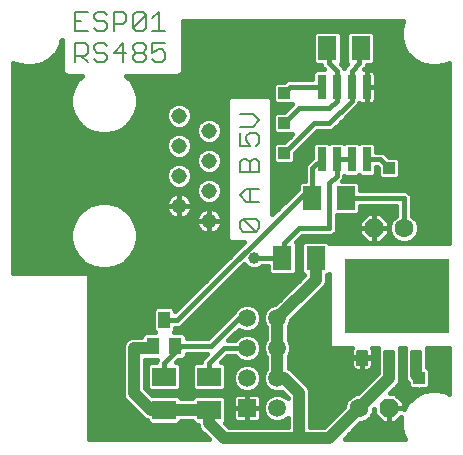
<source format=gtl>
G75*
%MOIN*%
%OFA0B0*%
%FSLAX25Y25*%
%IPPOS*%
%LPD*%
%AMOC8*
5,1,8,0,0,1.08239X$1,22.5*
%
%ADD10C,0.00600*%
%ADD11R,0.35000X0.25000*%
%ADD12OC8,0.06300*%
%ADD13C,0.06300*%
%ADD14R,0.02600X0.08000*%
%ADD15R,0.03937X0.05512*%
%ADD16R,0.06299X0.07874*%
%ADD17R,0.07874X0.06299*%
%ADD18C,0.05150*%
%ADD19C,0.05906*%
%ADD20R,0.05906X0.05906*%
%ADD21C,0.00549*%
%ADD22C,0.00774*%
%ADD23C,0.01600*%
%ADD24R,0.03962X0.03962*%
%ADD25C,0.04000*%
%ADD26C,0.03962*%
D10*
X0091505Y0078442D02*
X0091505Y0080577D01*
X0092572Y0081645D01*
X0096842Y0077374D01*
X0097910Y0078442D01*
X0097910Y0080577D01*
X0096842Y0081645D01*
X0092572Y0081645D01*
X0091505Y0078442D02*
X0092572Y0077374D01*
X0096842Y0077374D01*
X0097910Y0087374D02*
X0093640Y0087374D01*
X0091505Y0089509D01*
X0093640Y0091645D01*
X0097910Y0091645D01*
X0094707Y0091645D02*
X0094707Y0087374D01*
X0094707Y0097374D02*
X0094707Y0100577D01*
X0095775Y0101645D01*
X0096842Y0101645D01*
X0097910Y0100577D01*
X0097910Y0097374D01*
X0091505Y0097374D01*
X0091505Y0100577D01*
X0092572Y0101645D01*
X0093640Y0101645D01*
X0094707Y0100577D01*
X0094707Y0105929D02*
X0091505Y0105929D01*
X0091505Y0110199D01*
X0091505Y0112374D02*
X0095775Y0112374D01*
X0097910Y0114509D01*
X0095775Y0116644D01*
X0091505Y0116644D01*
X0094707Y0110199D02*
X0096842Y0110199D01*
X0097910Y0109131D01*
X0097910Y0106996D01*
X0096842Y0105929D01*
X0094707Y0105929D02*
X0093640Y0108064D01*
X0093640Y0109131D01*
X0094707Y0110199D01*
X0066562Y0134887D02*
X0065495Y0133820D01*
X0063360Y0133820D01*
X0062292Y0134887D01*
X0062292Y0137022D02*
X0064427Y0138090D01*
X0065495Y0138090D01*
X0066562Y0137022D01*
X0066562Y0134887D01*
X0062292Y0137022D02*
X0062292Y0140225D01*
X0066562Y0140225D01*
X0066562Y0144320D02*
X0062292Y0144320D01*
X0064427Y0144320D02*
X0064427Y0150725D01*
X0062292Y0148590D01*
X0060117Y0149658D02*
X0060117Y0145387D01*
X0059049Y0144320D01*
X0056914Y0144320D01*
X0055846Y0145387D01*
X0060117Y0149658D01*
X0059049Y0150725D01*
X0056914Y0150725D01*
X0055846Y0149658D01*
X0055846Y0145387D01*
X0053671Y0147522D02*
X0052604Y0146455D01*
X0049401Y0146455D01*
X0047226Y0146455D02*
X0047226Y0145387D01*
X0046158Y0144320D01*
X0044023Y0144320D01*
X0042955Y0145387D01*
X0044023Y0147522D02*
X0046158Y0147522D01*
X0047226Y0146455D01*
X0049401Y0144320D02*
X0049401Y0150725D01*
X0052604Y0150725D01*
X0053671Y0149658D01*
X0053671Y0147522D01*
X0047226Y0149658D02*
X0046158Y0150725D01*
X0044023Y0150725D01*
X0042955Y0149658D01*
X0042955Y0148590D01*
X0044023Y0147522D01*
X0040780Y0144320D02*
X0036510Y0144320D01*
X0036510Y0150725D01*
X0040780Y0150725D01*
X0038645Y0147522D02*
X0036510Y0147522D01*
X0036510Y0140225D02*
X0039713Y0140225D01*
X0040780Y0139158D01*
X0040780Y0137022D01*
X0039713Y0135955D01*
X0036510Y0135955D01*
X0038645Y0135955D02*
X0040780Y0133820D01*
X0042955Y0134887D02*
X0044023Y0133820D01*
X0046158Y0133820D01*
X0047226Y0134887D01*
X0047226Y0135955D01*
X0046158Y0137022D01*
X0044023Y0137022D01*
X0042955Y0138090D01*
X0042955Y0139158D01*
X0044023Y0140225D01*
X0046158Y0140225D01*
X0047226Y0139158D01*
X0049401Y0137022D02*
X0053671Y0137022D01*
X0055846Y0135955D02*
X0055846Y0134887D01*
X0056914Y0133820D01*
X0059049Y0133820D01*
X0060117Y0134887D01*
X0060117Y0135955D01*
X0059049Y0137022D01*
X0056914Y0137022D01*
X0055846Y0138090D01*
X0055846Y0139158D01*
X0056914Y0140225D01*
X0059049Y0140225D01*
X0060117Y0139158D01*
X0060117Y0138090D01*
X0059049Y0137022D01*
X0056914Y0137022D02*
X0055846Y0135955D01*
X0052604Y0133820D02*
X0052604Y0140225D01*
X0049401Y0137022D01*
X0036510Y0133820D02*
X0036510Y0140225D01*
D11*
X0143710Y0056020D03*
D12*
X0136210Y0078520D03*
X0141210Y0018520D03*
D13*
X0131210Y0018520D03*
X0146210Y0078520D03*
D14*
X0133710Y0101420D03*
X0128710Y0101420D03*
X0123710Y0101420D03*
X0118710Y0101420D03*
X0118710Y0125620D03*
X0123710Y0125620D03*
X0128710Y0125620D03*
X0133710Y0125620D03*
D15*
X0066210Y0047850D03*
X0069950Y0039189D03*
X0062470Y0039189D03*
D16*
X0105698Y0068520D03*
X0116722Y0068520D03*
X0115698Y0088520D03*
X0126722Y0088520D03*
X0131722Y0138520D03*
X0120698Y0138520D03*
D17*
X0081210Y0029031D03*
X0081210Y0018008D03*
X0066210Y0018008D03*
X0066210Y0029031D03*
D18*
X0081210Y0081020D03*
X0081210Y0091020D03*
X0081210Y0101020D03*
X0071210Y0106020D03*
X0071210Y0116020D03*
X0081210Y0111020D03*
X0071210Y0096020D03*
X0071210Y0086020D03*
D19*
X0093927Y0048520D03*
X0103927Y0048520D03*
X0103927Y0038520D03*
X0103927Y0028520D03*
X0093927Y0028520D03*
X0093927Y0038520D03*
X0103927Y0018520D03*
D20*
X0093927Y0018520D03*
D21*
X0130638Y0033046D02*
X0133750Y0033046D01*
X0130638Y0033046D02*
X0130638Y0037654D01*
X0133750Y0037654D01*
X0133750Y0033046D01*
X0133750Y0033594D02*
X0130638Y0033594D01*
X0130638Y0034142D02*
X0133750Y0034142D01*
X0133750Y0034690D02*
X0130638Y0034690D01*
X0130638Y0035238D02*
X0133750Y0035238D01*
X0133750Y0035786D02*
X0130638Y0035786D01*
X0130638Y0036334D02*
X0133750Y0036334D01*
X0133750Y0036882D02*
X0130638Y0036882D01*
X0130638Y0037430D02*
X0133750Y0037430D01*
X0139654Y0033046D02*
X0142766Y0033046D01*
X0139654Y0033046D02*
X0139654Y0037654D01*
X0142766Y0037654D01*
X0142766Y0033046D01*
X0142766Y0033594D02*
X0139654Y0033594D01*
X0139654Y0034142D02*
X0142766Y0034142D01*
X0142766Y0034690D02*
X0139654Y0034690D01*
X0139654Y0035238D02*
X0142766Y0035238D01*
X0142766Y0035786D02*
X0139654Y0035786D01*
X0139654Y0036334D02*
X0142766Y0036334D01*
X0142766Y0036882D02*
X0139654Y0036882D01*
X0139654Y0037430D02*
X0142766Y0037430D01*
X0148670Y0033046D02*
X0151782Y0033046D01*
X0148670Y0033046D02*
X0148670Y0037654D01*
X0151782Y0037654D01*
X0151782Y0033046D01*
X0151782Y0033594D02*
X0148670Y0033594D01*
X0148670Y0034142D02*
X0151782Y0034142D01*
X0151782Y0034690D02*
X0148670Y0034690D01*
X0148670Y0035238D02*
X0151782Y0035238D01*
X0151782Y0035786D02*
X0148670Y0035786D01*
X0148670Y0036334D02*
X0151782Y0036334D01*
X0151782Y0036882D02*
X0148670Y0036882D01*
X0148670Y0037430D02*
X0151782Y0037430D01*
D22*
X0147201Y0059498D02*
X0135219Y0059498D01*
X0135219Y0063880D01*
X0147201Y0063880D01*
X0147201Y0059498D01*
X0147201Y0060271D02*
X0135219Y0060271D01*
X0135219Y0061044D02*
X0147201Y0061044D01*
X0147201Y0061817D02*
X0135219Y0061817D01*
X0135219Y0062590D02*
X0147201Y0062590D01*
X0147201Y0063363D02*
X0135219Y0063363D01*
D23*
X0041210Y0063520D02*
X0041210Y0008320D01*
X0081036Y0008320D01*
X0077988Y0011367D01*
X0077410Y0012764D01*
X0077410Y0013058D01*
X0076527Y0013058D01*
X0075473Y0014113D01*
X0075473Y0014208D01*
X0071947Y0014208D01*
X0071947Y0014113D01*
X0070893Y0013058D01*
X0061527Y0013058D01*
X0060473Y0014113D01*
X0060473Y0014412D01*
X0059569Y0014786D01*
X0054057Y0020298D01*
X0052988Y0021367D01*
X0052410Y0022764D01*
X0052410Y0039276D01*
X0052988Y0040672D01*
X0054057Y0041741D01*
X0055454Y0042320D01*
X0058701Y0042320D01*
X0058701Y0042690D01*
X0059756Y0043745D01*
X0063045Y0043745D01*
X0062441Y0044349D01*
X0062441Y0051352D01*
X0063496Y0052406D01*
X0068924Y0052406D01*
X0069978Y0051352D01*
X0069978Y0050965D01*
X0092812Y0073799D01*
X0088759Y0073799D01*
X0088525Y0073830D01*
X0088297Y0073891D01*
X0088079Y0073981D01*
X0087874Y0074099D01*
X0087687Y0074243D01*
X0087520Y0074410D01*
X0087377Y0074597D01*
X0087259Y0074801D01*
X0087169Y0075019D01*
X0087107Y0075247D01*
X0087077Y0075481D01*
X0087077Y0120971D01*
X0087107Y0121205D01*
X0087169Y0121433D01*
X0087259Y0121651D01*
X0087377Y0121855D01*
X0087520Y0122042D01*
X0087687Y0122209D01*
X0087874Y0122353D01*
X0088079Y0122471D01*
X0088297Y0122561D01*
X0088525Y0122622D01*
X0088759Y0122653D01*
X0100661Y0122653D01*
X0100895Y0122622D01*
X0101123Y0122561D01*
X0101341Y0122471D01*
X0101545Y0122353D01*
X0101733Y0122209D01*
X0101899Y0122042D01*
X0102043Y0121855D01*
X0102161Y0121651D01*
X0102251Y0121433D01*
X0102312Y0121205D01*
X0102343Y0120971D01*
X0102343Y0083330D01*
X0110749Y0091735D01*
X0110749Y0093202D01*
X0111803Y0094257D01*
X0113098Y0094257D01*
X0113098Y0098925D01*
X0113494Y0099881D01*
X0115610Y0101997D01*
X0115610Y0106165D01*
X0116664Y0107220D01*
X0120756Y0107220D01*
X0121210Y0106765D01*
X0121664Y0107220D01*
X0125756Y0107220D01*
X0126210Y0106765D01*
X0126664Y0107220D01*
X0130756Y0107220D01*
X0131210Y0106765D01*
X0131664Y0107220D01*
X0135756Y0107220D01*
X0136810Y0106165D01*
X0136810Y0104020D01*
X0138827Y0104020D01*
X0139783Y0103624D01*
X0141106Y0102301D01*
X0143937Y0102301D01*
X0144991Y0101246D01*
X0144991Y0095793D01*
X0143937Y0094739D01*
X0138483Y0094739D01*
X0137429Y0095793D01*
X0137429Y0098624D01*
X0137233Y0098820D01*
X0136810Y0098820D01*
X0136810Y0096674D01*
X0135756Y0095620D01*
X0131664Y0095620D01*
X0131210Y0096074D01*
X0130756Y0095620D01*
X0126664Y0095620D01*
X0126310Y0095974D01*
X0126310Y0095502D01*
X0125914Y0094547D01*
X0125624Y0094257D01*
X0130617Y0094257D01*
X0131671Y0093202D01*
X0131671Y0091120D01*
X0146727Y0091120D01*
X0147683Y0090724D01*
X0148414Y0089992D01*
X0148810Y0089037D01*
X0148810Y0082801D01*
X0149014Y0082716D01*
X0150406Y0081324D01*
X0151160Y0079504D01*
X0151160Y0077535D01*
X0150406Y0075716D01*
X0149014Y0074323D01*
X0147195Y0073570D01*
X0145225Y0073570D01*
X0143406Y0074323D01*
X0142014Y0075716D01*
X0141260Y0077535D01*
X0141260Y0079504D01*
X0142014Y0081324D01*
X0143406Y0082716D01*
X0143610Y0082801D01*
X0143610Y0085920D01*
X0131671Y0085920D01*
X0131671Y0083837D01*
X0130617Y0082783D01*
X0123810Y0082783D01*
X0123810Y0078002D01*
X0123414Y0077047D01*
X0122683Y0076316D01*
X0121727Y0075920D01*
X0112287Y0075920D01*
X0110109Y0073741D01*
X0110648Y0073202D01*
X0110648Y0063837D01*
X0109593Y0062783D01*
X0101803Y0062783D01*
X0100749Y0063837D01*
X0100749Y0065920D01*
X0098957Y0065920D01*
X0098352Y0065314D01*
X0096962Y0064739D01*
X0095458Y0064739D01*
X0094068Y0065314D01*
X0093005Y0066378D01*
X0092929Y0066561D01*
X0072013Y0045646D01*
X0071058Y0045250D01*
X0069978Y0045250D01*
X0069978Y0044349D01*
X0069374Y0043745D01*
X0072664Y0043745D01*
X0073719Y0042690D01*
X0073719Y0041789D01*
X0080802Y0041789D01*
X0089006Y0049992D01*
X0089665Y0050652D01*
X0089897Y0051212D01*
X0091234Y0052549D01*
X0092981Y0053272D01*
X0094872Y0053272D01*
X0096619Y0052549D01*
X0097956Y0051212D01*
X0098679Y0049465D01*
X0098679Y0047574D01*
X0097956Y0045827D01*
X0096619Y0044490D01*
X0094872Y0043767D01*
X0092981Y0043767D01*
X0091234Y0044490D01*
X0091046Y0044679D01*
X0087487Y0041120D01*
X0089859Y0041120D01*
X0089897Y0041212D01*
X0091234Y0042549D01*
X0092981Y0043272D01*
X0094872Y0043272D01*
X0096619Y0042549D01*
X0097956Y0041212D01*
X0098679Y0039465D01*
X0098679Y0037574D01*
X0097956Y0035827D01*
X0096619Y0034490D01*
X0094872Y0033767D01*
X0092981Y0033767D01*
X0091234Y0034490D01*
X0089897Y0035827D01*
X0089859Y0035920D01*
X0087287Y0035920D01*
X0085348Y0033981D01*
X0085893Y0033981D01*
X0086947Y0032927D01*
X0086947Y0025136D01*
X0085893Y0024082D01*
X0076527Y0024082D01*
X0075473Y0025136D01*
X0075473Y0032927D01*
X0076527Y0033981D01*
X0078610Y0033981D01*
X0078610Y0034037D01*
X0079006Y0034992D01*
X0080602Y0036589D01*
X0073719Y0036589D01*
X0073719Y0035687D01*
X0072664Y0034633D01*
X0071000Y0034633D01*
X0070348Y0033981D01*
X0070893Y0033981D01*
X0071947Y0032927D01*
X0071947Y0025136D01*
X0070893Y0024082D01*
X0061527Y0024082D01*
X0060473Y0025136D01*
X0060473Y0032927D01*
X0061527Y0033981D01*
X0063610Y0033981D01*
X0063610Y0034037D01*
X0063857Y0034633D01*
X0060010Y0034633D01*
X0060010Y0025094D01*
X0062146Y0022957D01*
X0070893Y0022957D01*
X0071947Y0021903D01*
X0071947Y0021808D01*
X0075473Y0021808D01*
X0075473Y0021903D01*
X0076527Y0022957D01*
X0085893Y0022957D01*
X0086947Y0021903D01*
X0086947Y0014113D01*
X0086469Y0013635D01*
X0087784Y0012320D01*
X0107410Y0012320D01*
X0107410Y0015282D01*
X0106619Y0014490D01*
X0104872Y0013767D01*
X0102981Y0013767D01*
X0101234Y0014490D01*
X0099897Y0015827D01*
X0099174Y0017574D01*
X0099174Y0019465D01*
X0099897Y0021212D01*
X0101234Y0022549D01*
X0102981Y0023272D01*
X0104872Y0023272D01*
X0106619Y0022549D01*
X0107410Y0021758D01*
X0107410Y0021946D01*
X0105379Y0023977D01*
X0104872Y0023767D01*
X0102981Y0023767D01*
X0101234Y0024490D01*
X0099897Y0025827D01*
X0099174Y0027574D01*
X0099174Y0029465D01*
X0099897Y0031212D01*
X0100127Y0031441D01*
X0100127Y0035598D01*
X0099897Y0035827D01*
X0099174Y0037574D01*
X0099174Y0039465D01*
X0099897Y0041212D01*
X0100127Y0041441D01*
X0100127Y0045598D01*
X0099897Y0045827D01*
X0099174Y0047574D01*
X0099174Y0049465D01*
X0099897Y0051212D01*
X0101234Y0052549D01*
X0102981Y0053272D01*
X0103305Y0053272D01*
X0112821Y0062788D01*
X0111772Y0063837D01*
X0111772Y0073202D01*
X0112827Y0074257D01*
X0120617Y0074257D01*
X0121354Y0073520D01*
X0161331Y0073520D01*
X0161331Y0133660D01*
X0160494Y0133177D01*
X0157671Y0132420D01*
X0154749Y0132420D01*
X0151926Y0133177D01*
X0149395Y0134638D01*
X0147328Y0136705D01*
X0145867Y0139236D01*
X0145111Y0142058D01*
X0145111Y0144981D01*
X0145764Y0147420D01*
X0072603Y0147420D01*
X0072603Y0131068D01*
X0072572Y0130834D01*
X0072511Y0130607D01*
X0072421Y0130389D01*
X0072303Y0130184D01*
X0072159Y0129997D01*
X0071992Y0129830D01*
X0071805Y0129686D01*
X0071601Y0129569D01*
X0071383Y0129478D01*
X0071155Y0129417D01*
X0070921Y0129386D01*
X0053679Y0129386D01*
X0055170Y0127895D01*
X0056644Y0125342D01*
X0057408Y0122494D01*
X0057408Y0119545D01*
X0056644Y0116698D01*
X0055170Y0114144D01*
X0053085Y0112059D01*
X0050532Y0110585D01*
X0047684Y0109822D01*
X0044736Y0109822D01*
X0041888Y0110585D01*
X0039334Y0112059D01*
X0037250Y0114144D01*
X0035775Y0116698D01*
X0035012Y0119545D01*
X0035012Y0122494D01*
X0035775Y0125342D01*
X0037250Y0127895D01*
X0038741Y0129386D01*
X0033759Y0129386D01*
X0033525Y0129417D01*
X0033297Y0129478D01*
X0033079Y0129569D01*
X0032874Y0129686D01*
X0032687Y0129830D01*
X0032520Y0129997D01*
X0032377Y0130184D01*
X0032259Y0130389D01*
X0032169Y0130607D01*
X0032107Y0130834D01*
X0032077Y0131068D01*
X0032077Y0141191D01*
X0031553Y0139236D01*
X0030092Y0136705D01*
X0028025Y0134638D01*
X0025494Y0133177D01*
X0022671Y0132420D01*
X0019749Y0132420D01*
X0016926Y0133177D01*
X0016010Y0133706D01*
X0016010Y0063520D01*
X0041210Y0063520D01*
X0041210Y0062665D02*
X0081678Y0062665D01*
X0083276Y0064263D02*
X0016010Y0064263D01*
X0016010Y0065862D02*
X0041409Y0065862D01*
X0041888Y0065585D02*
X0039334Y0067059D01*
X0037250Y0069144D01*
X0035775Y0071698D01*
X0035012Y0074545D01*
X0035012Y0077494D01*
X0035775Y0080342D01*
X0037250Y0082895D01*
X0039334Y0084980D01*
X0041888Y0086454D01*
X0044736Y0087217D01*
X0047684Y0087217D01*
X0050532Y0086454D01*
X0053085Y0084980D01*
X0055170Y0082895D01*
X0056644Y0080342D01*
X0057408Y0077494D01*
X0057408Y0074545D01*
X0056644Y0071698D01*
X0055170Y0069144D01*
X0053085Y0067059D01*
X0050532Y0065585D01*
X0047684Y0064822D01*
X0044736Y0064822D01*
X0041888Y0065585D01*
X0038934Y0067460D02*
X0016010Y0067460D01*
X0016010Y0069059D02*
X0037335Y0069059D01*
X0036376Y0070657D02*
X0016010Y0070657D01*
X0016010Y0072256D02*
X0035626Y0072256D01*
X0035198Y0073854D02*
X0016010Y0073854D01*
X0016010Y0075453D02*
X0035012Y0075453D01*
X0035012Y0077051D02*
X0016010Y0077051D01*
X0016010Y0078650D02*
X0035322Y0078650D01*
X0035750Y0080248D02*
X0016010Y0080248D01*
X0016010Y0081847D02*
X0036644Y0081847D01*
X0037800Y0083445D02*
X0016010Y0083445D01*
X0016010Y0085044D02*
X0039445Y0085044D01*
X0042590Y0086642D02*
X0016010Y0086642D01*
X0016010Y0088241D02*
X0067432Y0088241D01*
X0067468Y0088313D02*
X0067156Y0087699D01*
X0066943Y0087044D01*
X0066835Y0086364D01*
X0066835Y0086020D01*
X0071210Y0086020D01*
X0071210Y0086020D01*
X0071210Y0090394D01*
X0071554Y0090394D01*
X0072234Y0090287D01*
X0072889Y0090074D01*
X0073503Y0089761D01*
X0074060Y0089357D01*
X0074547Y0088870D01*
X0074952Y0088313D01*
X0075264Y0087699D01*
X0075477Y0087044D01*
X0075585Y0086364D01*
X0075585Y0086020D01*
X0071210Y0086020D01*
X0071210Y0090394D01*
X0070866Y0090394D01*
X0070186Y0090287D01*
X0069531Y0090074D01*
X0068917Y0089761D01*
X0068360Y0089357D01*
X0067873Y0088870D01*
X0067468Y0088313D01*
X0066879Y0086642D02*
X0049830Y0086642D01*
X0052975Y0085044D02*
X0066935Y0085044D01*
X0066943Y0084995D02*
X0067156Y0084340D01*
X0067468Y0083727D01*
X0067873Y0083170D01*
X0068360Y0082683D01*
X0068917Y0082278D01*
X0069531Y0081965D01*
X0070186Y0081753D01*
X0070866Y0081645D01*
X0071210Y0081645D01*
X0071554Y0081645D01*
X0072234Y0081753D01*
X0072889Y0081965D01*
X0073503Y0082278D01*
X0074060Y0082683D01*
X0074547Y0083170D01*
X0074952Y0083727D01*
X0075264Y0084340D01*
X0075477Y0084995D01*
X0075585Y0085675D01*
X0075585Y0086020D01*
X0071210Y0086020D01*
X0071210Y0086020D01*
X0071210Y0086020D01*
X0066835Y0086020D01*
X0066835Y0085675D01*
X0066943Y0084995D01*
X0067673Y0083445D02*
X0054620Y0083445D01*
X0055776Y0081847D02*
X0069896Y0081847D01*
X0071210Y0081847D02*
X0071210Y0081847D01*
X0071210Y0081645D02*
X0071210Y0086020D01*
X0071210Y0086020D01*
X0071210Y0081645D01*
X0072524Y0081847D02*
X0076912Y0081847D01*
X0076943Y0082044D02*
X0076835Y0081364D01*
X0076835Y0081020D01*
X0081210Y0081020D01*
X0081210Y0081020D01*
X0081210Y0085394D01*
X0081554Y0085394D01*
X0082234Y0085287D01*
X0082889Y0085074D01*
X0083503Y0084761D01*
X0084060Y0084357D01*
X0084547Y0083870D01*
X0084952Y0083313D01*
X0085264Y0082699D01*
X0085477Y0082044D01*
X0085585Y0081364D01*
X0085585Y0081020D01*
X0081210Y0081020D01*
X0081210Y0085394D01*
X0080866Y0085394D01*
X0080186Y0085287D01*
X0079531Y0085074D01*
X0078917Y0084761D01*
X0078360Y0084357D01*
X0077873Y0083870D01*
X0077468Y0083313D01*
X0077156Y0082699D01*
X0076943Y0082044D01*
X0076835Y0081020D02*
X0076835Y0080675D01*
X0076943Y0079995D01*
X0077156Y0079340D01*
X0077468Y0078727D01*
X0077873Y0078170D01*
X0078360Y0077683D01*
X0078917Y0077278D01*
X0079531Y0076965D01*
X0080186Y0076753D01*
X0080866Y0076645D01*
X0081210Y0076645D01*
X0081554Y0076645D01*
X0082234Y0076753D01*
X0082889Y0076965D01*
X0083503Y0077278D01*
X0084060Y0077683D01*
X0084547Y0078170D01*
X0084952Y0078727D01*
X0085264Y0079340D01*
X0085477Y0079995D01*
X0085585Y0080675D01*
X0085585Y0081020D01*
X0081210Y0081020D01*
X0081210Y0081020D01*
X0081210Y0081020D01*
X0076835Y0081020D01*
X0076903Y0080248D02*
X0056670Y0080248D01*
X0057098Y0078650D02*
X0077524Y0078650D01*
X0079362Y0077051D02*
X0057408Y0077051D01*
X0057408Y0075453D02*
X0087080Y0075453D01*
X0087077Y0077051D02*
X0083058Y0077051D01*
X0081210Y0077051D02*
X0081210Y0077051D01*
X0081210Y0076645D02*
X0081210Y0081020D01*
X0081210Y0081020D01*
X0081210Y0076645D01*
X0081210Y0078650D02*
X0081210Y0078650D01*
X0081210Y0080248D02*
X0081210Y0080248D01*
X0081210Y0081847D02*
X0081210Y0081847D01*
X0081210Y0083445D02*
X0081210Y0083445D01*
X0081210Y0085044D02*
X0081210Y0085044D01*
X0082949Y0085044D02*
X0087077Y0085044D01*
X0087077Y0086642D02*
X0075541Y0086642D01*
X0075485Y0085044D02*
X0079471Y0085044D01*
X0080340Y0086645D02*
X0082080Y0086645D01*
X0083688Y0087311D01*
X0084919Y0088542D01*
X0085585Y0090149D01*
X0085585Y0091890D01*
X0084919Y0093498D01*
X0083688Y0094728D01*
X0082080Y0095394D01*
X0080340Y0095394D01*
X0078732Y0094728D01*
X0077501Y0093498D01*
X0076835Y0091890D01*
X0076835Y0090149D01*
X0077501Y0088542D01*
X0078732Y0087311D01*
X0080340Y0086645D01*
X0077802Y0088241D02*
X0074988Y0088241D01*
X0073350Y0089839D02*
X0076964Y0089839D01*
X0076835Y0091438D02*
X0016010Y0091438D01*
X0016010Y0093036D02*
X0068006Y0093036D01*
X0067501Y0093542D02*
X0068732Y0092311D01*
X0070340Y0091645D01*
X0072080Y0091645D01*
X0073688Y0092311D01*
X0074919Y0093542D01*
X0075585Y0095149D01*
X0075585Y0096890D01*
X0074919Y0098498D01*
X0073688Y0099728D01*
X0072080Y0100394D01*
X0070340Y0100394D01*
X0068732Y0099728D01*
X0067501Y0098498D01*
X0066835Y0096890D01*
X0066835Y0095149D01*
X0067501Y0093542D01*
X0067048Y0094635D02*
X0016010Y0094635D01*
X0016010Y0096233D02*
X0066835Y0096233D01*
X0067225Y0097832D02*
X0016010Y0097832D01*
X0016010Y0099430D02*
X0068434Y0099430D01*
X0068732Y0102311D02*
X0070340Y0101645D01*
X0072080Y0101645D01*
X0073688Y0102311D01*
X0074919Y0103542D01*
X0075585Y0105149D01*
X0075585Y0106890D01*
X0074919Y0108498D01*
X0073688Y0109728D01*
X0072080Y0110394D01*
X0070340Y0110394D01*
X0068732Y0109728D01*
X0067501Y0108498D01*
X0066835Y0106890D01*
X0066835Y0105149D01*
X0067501Y0103542D01*
X0068732Y0102311D01*
X0068415Y0102627D02*
X0016010Y0102627D01*
X0016010Y0101029D02*
X0076835Y0101029D01*
X0076835Y0101890D02*
X0076835Y0100149D01*
X0077501Y0098542D01*
X0078732Y0097311D01*
X0080340Y0096645D01*
X0082080Y0096645D01*
X0083688Y0097311D01*
X0084919Y0098542D01*
X0085585Y0100149D01*
X0085585Y0101890D01*
X0084919Y0103498D01*
X0083688Y0104728D01*
X0082080Y0105394D01*
X0080340Y0105394D01*
X0078732Y0104728D01*
X0077501Y0103498D01*
X0076835Y0101890D01*
X0077141Y0102627D02*
X0074005Y0102627D01*
X0075202Y0104226D02*
X0078229Y0104226D01*
X0075585Y0105824D02*
X0087077Y0105824D01*
X0087077Y0104226D02*
X0084191Y0104226D01*
X0085279Y0102627D02*
X0087077Y0102627D01*
X0087077Y0101029D02*
X0085585Y0101029D01*
X0085287Y0099430D02*
X0087077Y0099430D01*
X0087077Y0097832D02*
X0084209Y0097832D01*
X0083782Y0094635D02*
X0087077Y0094635D01*
X0087077Y0096233D02*
X0075585Y0096233D01*
X0075372Y0094635D02*
X0078638Y0094635D01*
X0077310Y0093036D02*
X0074414Y0093036D01*
X0071210Y0089839D02*
X0071210Y0089839D01*
X0071210Y0088241D02*
X0071210Y0088241D01*
X0071210Y0086642D02*
X0071210Y0086642D01*
X0071210Y0085044D02*
X0071210Y0085044D01*
X0071210Y0083445D02*
X0071210Y0083445D01*
X0074747Y0083445D02*
X0077565Y0083445D01*
X0084618Y0088241D02*
X0087077Y0088241D01*
X0087077Y0089839D02*
X0085456Y0089839D01*
X0085585Y0091438D02*
X0087077Y0091438D01*
X0087077Y0093036D02*
X0085110Y0093036D01*
X0078211Y0097832D02*
X0075195Y0097832D01*
X0073986Y0099430D02*
X0077133Y0099430D01*
X0080340Y0106645D02*
X0078732Y0107311D01*
X0077501Y0108542D01*
X0076835Y0110149D01*
X0076835Y0111890D01*
X0077501Y0113498D01*
X0078732Y0114728D01*
X0080340Y0115394D01*
X0082080Y0115394D01*
X0083688Y0114728D01*
X0084919Y0113498D01*
X0085585Y0111890D01*
X0085585Y0110149D01*
X0084919Y0108542D01*
X0083688Y0107311D01*
X0082080Y0106645D01*
X0080340Y0106645D01*
X0078620Y0107423D02*
X0075364Y0107423D01*
X0074395Y0109021D02*
X0077302Y0109021D01*
X0076835Y0110620D02*
X0050592Y0110620D01*
X0053245Y0112218D02*
X0068955Y0112218D01*
X0068732Y0112311D02*
X0070340Y0111645D01*
X0072080Y0111645D01*
X0073688Y0112311D01*
X0074919Y0113542D01*
X0075585Y0115149D01*
X0075585Y0116890D01*
X0074919Y0118498D01*
X0073688Y0119728D01*
X0072080Y0120394D01*
X0070340Y0120394D01*
X0068732Y0119728D01*
X0067501Y0118498D01*
X0066835Y0116890D01*
X0066835Y0115149D01*
X0067501Y0113542D01*
X0068732Y0112311D01*
X0067387Y0113817D02*
X0054843Y0113817D01*
X0055904Y0115415D02*
X0066835Y0115415D01*
X0066887Y0117014D02*
X0056729Y0117014D01*
X0057158Y0118612D02*
X0067616Y0118612D01*
X0069897Y0120211D02*
X0057408Y0120211D01*
X0057408Y0121810D02*
X0087350Y0121810D01*
X0087077Y0120211D02*
X0072523Y0120211D01*
X0074804Y0118612D02*
X0087077Y0118612D01*
X0087077Y0117014D02*
X0075533Y0117014D01*
X0075585Y0115415D02*
X0087077Y0115415D01*
X0087077Y0113817D02*
X0084600Y0113817D01*
X0085449Y0112218D02*
X0087077Y0112218D01*
X0087077Y0110620D02*
X0085585Y0110620D01*
X0085118Y0109021D02*
X0087077Y0109021D01*
X0087077Y0107423D02*
X0083800Y0107423D01*
X0076971Y0112218D02*
X0073465Y0112218D01*
X0075033Y0113817D02*
X0077820Y0113817D01*
X0068025Y0109021D02*
X0016010Y0109021D01*
X0016010Y0107423D02*
X0067056Y0107423D01*
X0066835Y0105824D02*
X0016010Y0105824D01*
X0016010Y0104226D02*
X0067218Y0104226D01*
X0069070Y0089839D02*
X0016010Y0089839D01*
X0016010Y0110620D02*
X0041828Y0110620D01*
X0039175Y0112218D02*
X0016010Y0112218D01*
X0016010Y0113817D02*
X0037577Y0113817D01*
X0036516Y0115415D02*
X0016010Y0115415D01*
X0016010Y0117014D02*
X0035691Y0117014D01*
X0035262Y0118612D02*
X0016010Y0118612D01*
X0016010Y0120211D02*
X0035012Y0120211D01*
X0035012Y0121810D02*
X0016010Y0121810D01*
X0016010Y0123408D02*
X0035257Y0123408D01*
X0035686Y0125007D02*
X0016010Y0125007D01*
X0016010Y0126605D02*
X0036505Y0126605D01*
X0037558Y0128204D02*
X0016010Y0128204D01*
X0016010Y0129802D02*
X0032724Y0129802D01*
X0032077Y0131401D02*
X0016010Y0131401D01*
X0016010Y0132999D02*
X0017589Y0132999D01*
X0024831Y0132999D02*
X0032077Y0132999D01*
X0032077Y0134598D02*
X0027955Y0134598D01*
X0029583Y0136196D02*
X0032077Y0136196D01*
X0032077Y0137795D02*
X0030721Y0137795D01*
X0031595Y0139393D02*
X0032077Y0139393D01*
X0032023Y0140992D02*
X0032077Y0140992D01*
X0054862Y0128204D02*
X0107754Y0128204D01*
X0107793Y0128220D02*
X0106837Y0127824D01*
X0106314Y0127301D01*
X0103483Y0127301D01*
X0102429Y0126246D01*
X0102429Y0120793D01*
X0103483Y0119739D01*
X0108752Y0119739D01*
X0106314Y0117301D01*
X0103483Y0117301D01*
X0102429Y0116246D01*
X0102429Y0110793D01*
X0103483Y0109739D01*
X0108752Y0109739D01*
X0106314Y0107301D01*
X0103483Y0107301D01*
X0102429Y0106246D01*
X0102429Y0100793D01*
X0103483Y0099739D01*
X0108937Y0099739D01*
X0109991Y0100793D01*
X0109991Y0103624D01*
X0117287Y0110920D01*
X0121727Y0110920D01*
X0122683Y0111316D01*
X0123414Y0112047D01*
X0130914Y0119547D01*
X0131214Y0120270D01*
X0131305Y0120179D01*
X0131715Y0119942D01*
X0132173Y0119820D01*
X0133710Y0119820D01*
X0135247Y0119820D01*
X0135705Y0119942D01*
X0136115Y0120179D01*
X0136450Y0120514D01*
X0136687Y0120925D01*
X0136810Y0121383D01*
X0136810Y0125620D01*
X0136810Y0129857D01*
X0136687Y0130314D01*
X0136450Y0130725D01*
X0136115Y0131060D01*
X0135705Y0131297D01*
X0135247Y0131420D01*
X0133710Y0131420D01*
X0133710Y0125620D01*
X0133710Y0125620D01*
X0133710Y0131420D01*
X0132787Y0131420D01*
X0133414Y0132047D01*
X0133719Y0132783D01*
X0135617Y0132783D01*
X0136671Y0133837D01*
X0136671Y0143202D01*
X0135617Y0144257D01*
X0127827Y0144257D01*
X0126772Y0143202D01*
X0126772Y0133837D01*
X0127311Y0133298D01*
X0126506Y0132492D01*
X0126210Y0131778D01*
X0125914Y0132492D01*
X0125109Y0133298D01*
X0125648Y0133837D01*
X0125648Y0143202D01*
X0124593Y0144257D01*
X0116803Y0144257D01*
X0115749Y0143202D01*
X0115749Y0133837D01*
X0116803Y0132783D01*
X0118701Y0132783D01*
X0119006Y0132047D01*
X0119633Y0131420D01*
X0116664Y0131420D01*
X0115610Y0130365D01*
X0115610Y0128220D01*
X0107793Y0128220D01*
X0108310Y0125620D02*
X0106210Y0123520D01*
X0108310Y0125620D02*
X0118710Y0125620D01*
X0123710Y0125620D02*
X0123710Y0121020D01*
X0121210Y0118520D01*
X0111210Y0118520D01*
X0106210Y0113520D01*
X0102429Y0113817D02*
X0102343Y0113817D01*
X0102343Y0115415D02*
X0102429Y0115415D01*
X0102343Y0117014D02*
X0103196Y0117014D01*
X0102343Y0118612D02*
X0107626Y0118612D01*
X0103011Y0120211D02*
X0102343Y0120211D01*
X0102429Y0121810D02*
X0102070Y0121810D01*
X0102429Y0123408D02*
X0057163Y0123408D01*
X0056734Y0125007D02*
X0102429Y0125007D01*
X0102788Y0126605D02*
X0055915Y0126605D01*
X0071956Y0129802D02*
X0115610Y0129802D01*
X0116645Y0131401D02*
X0072603Y0131401D01*
X0072603Y0132999D02*
X0116587Y0132999D01*
X0115749Y0134598D02*
X0072603Y0134598D01*
X0072603Y0136196D02*
X0115749Y0136196D01*
X0115749Y0137795D02*
X0072603Y0137795D01*
X0072603Y0139393D02*
X0115749Y0139393D01*
X0115749Y0140992D02*
X0072603Y0140992D01*
X0072603Y0142590D02*
X0115749Y0142590D01*
X0116735Y0144189D02*
X0072603Y0144189D01*
X0072603Y0145787D02*
X0145327Y0145787D01*
X0145111Y0144189D02*
X0135685Y0144189D01*
X0136671Y0142590D02*
X0145111Y0142590D01*
X0145397Y0140992D02*
X0136671Y0140992D01*
X0136671Y0139393D02*
X0145825Y0139393D01*
X0146699Y0137795D02*
X0136671Y0137795D01*
X0136671Y0136196D02*
X0147837Y0136196D01*
X0149465Y0134598D02*
X0136671Y0134598D01*
X0135833Y0132999D02*
X0152589Y0132999D01*
X0159831Y0132999D02*
X0161331Y0132999D01*
X0161331Y0131401D02*
X0135318Y0131401D01*
X0133710Y0131401D02*
X0133710Y0131401D01*
X0133710Y0129802D02*
X0133710Y0129802D01*
X0133710Y0128204D02*
X0133710Y0128204D01*
X0133710Y0126605D02*
X0133710Y0126605D01*
X0133710Y0125620D02*
X0136810Y0125620D01*
X0133710Y0125620D01*
X0133710Y0125620D01*
X0133710Y0119820D01*
X0133710Y0125620D01*
X0133710Y0125620D01*
X0133710Y0125007D02*
X0133710Y0125007D01*
X0133710Y0123408D02*
X0133710Y0123408D01*
X0133710Y0121810D02*
X0133710Y0121810D01*
X0133710Y0120211D02*
X0133710Y0120211D01*
X0136147Y0120211D02*
X0161331Y0120211D01*
X0161331Y0118612D02*
X0129980Y0118612D01*
X0131189Y0120211D02*
X0131273Y0120211D01*
X0128710Y0121020D02*
X0121210Y0113520D01*
X0116210Y0113520D01*
X0106210Y0103520D01*
X0102429Y0104226D02*
X0102343Y0104226D01*
X0102343Y0105824D02*
X0102429Y0105824D01*
X0102343Y0107423D02*
X0106436Y0107423D01*
X0108035Y0109021D02*
X0102343Y0109021D01*
X0102343Y0110620D02*
X0102602Y0110620D01*
X0102429Y0112218D02*
X0102343Y0112218D01*
X0112192Y0105824D02*
X0115610Y0105824D01*
X0115610Y0104226D02*
X0110593Y0104226D01*
X0109991Y0102627D02*
X0115610Y0102627D01*
X0114642Y0101029D02*
X0109991Y0101029D01*
X0113307Y0099430D02*
X0102343Y0099430D01*
X0102343Y0097832D02*
X0113098Y0097832D01*
X0113098Y0096233D02*
X0102343Y0096233D01*
X0102343Y0094635D02*
X0113098Y0094635D01*
X0110749Y0093036D02*
X0102343Y0093036D01*
X0102343Y0091438D02*
X0110451Y0091438D01*
X0108853Y0089839D02*
X0102343Y0089839D01*
X0102343Y0088241D02*
X0107254Y0088241D01*
X0105656Y0086642D02*
X0102343Y0086642D01*
X0102343Y0085044D02*
X0104057Y0085044D01*
X0102459Y0083445D02*
X0102343Y0083445D01*
X0111210Y0078520D02*
X0106210Y0073520D01*
X0106210Y0069031D01*
X0105698Y0068520D01*
X0096210Y0068520D01*
X0093521Y0065862D02*
X0092229Y0065862D01*
X0090630Y0064263D02*
X0100749Y0064263D01*
X0100749Y0065862D02*
X0098899Y0065862D01*
X0091269Y0072256D02*
X0056794Y0072256D01*
X0057222Y0073854D02*
X0088433Y0073854D01*
X0089671Y0070657D02*
X0056044Y0070657D01*
X0055085Y0069059D02*
X0088072Y0069059D01*
X0086473Y0067460D02*
X0053486Y0067460D01*
X0051011Y0065862D02*
X0084875Y0065862D01*
X0089032Y0062665D02*
X0112697Y0062665D01*
X0111772Y0064263D02*
X0110648Y0064263D01*
X0110648Y0065862D02*
X0111772Y0065862D01*
X0111772Y0067460D02*
X0110648Y0067460D01*
X0110648Y0069059D02*
X0111772Y0069059D01*
X0111772Y0070657D02*
X0110648Y0070657D01*
X0110648Y0072256D02*
X0111772Y0072256D01*
X0112424Y0073854D02*
X0110221Y0073854D01*
X0111820Y0075453D02*
X0132277Y0075453D01*
X0131260Y0076469D02*
X0134160Y0073570D01*
X0136210Y0073570D01*
X0138260Y0073570D01*
X0141160Y0076469D01*
X0141160Y0078520D01*
X0141160Y0080570D01*
X0138260Y0083470D01*
X0136210Y0083470D01*
X0134160Y0083470D01*
X0131260Y0080570D01*
X0131260Y0078520D01*
X0136210Y0078520D01*
X0136210Y0078520D01*
X0136210Y0083470D01*
X0136210Y0078520D01*
X0141160Y0078520D01*
X0136210Y0078520D01*
X0136210Y0078520D01*
X0136210Y0078520D01*
X0131260Y0078520D01*
X0131260Y0076469D01*
X0131260Y0077051D02*
X0123416Y0077051D01*
X0123810Y0078650D02*
X0131260Y0078650D01*
X0131260Y0080248D02*
X0123810Y0080248D01*
X0123810Y0081847D02*
X0132537Y0081847D01*
X0131280Y0083445D02*
X0134135Y0083445D01*
X0136210Y0083445D02*
X0136210Y0083445D01*
X0136210Y0081847D02*
X0136210Y0081847D01*
X0136210Y0080248D02*
X0136210Y0080248D01*
X0136210Y0078650D02*
X0136210Y0078650D01*
X0136210Y0078520D02*
X0136210Y0073570D01*
X0136210Y0078520D01*
X0136210Y0078520D01*
X0136210Y0077051D02*
X0136210Y0077051D01*
X0136210Y0075453D02*
X0136210Y0075453D01*
X0136210Y0073854D02*
X0136210Y0073854D01*
X0133875Y0073854D02*
X0121019Y0073854D01*
X0121210Y0078520D02*
X0121210Y0093520D01*
X0123710Y0096020D01*
X0123710Y0101420D01*
X0128710Y0101420D01*
X0133710Y0101420D02*
X0138310Y0101420D01*
X0141210Y0098520D01*
X0144991Y0097832D02*
X0161331Y0097832D01*
X0161331Y0099430D02*
X0144991Y0099430D01*
X0144991Y0101029D02*
X0161331Y0101029D01*
X0161331Y0102627D02*
X0140779Y0102627D01*
X0136810Y0104226D02*
X0161331Y0104226D01*
X0161331Y0105824D02*
X0136810Y0105824D01*
X0136810Y0097832D02*
X0137429Y0097832D01*
X0137429Y0096233D02*
X0136369Y0096233D01*
X0131671Y0093036D02*
X0161331Y0093036D01*
X0161331Y0091438D02*
X0131671Y0091438D01*
X0126722Y0088520D02*
X0146210Y0088520D01*
X0146210Y0078520D01*
X0149883Y0081847D02*
X0161331Y0081847D01*
X0161331Y0083445D02*
X0148810Y0083445D01*
X0148810Y0085044D02*
X0161331Y0085044D01*
X0161331Y0086642D02*
X0148810Y0086642D01*
X0148810Y0088241D02*
X0161331Y0088241D01*
X0161331Y0089839D02*
X0148478Y0089839D01*
X0143610Y0085044D02*
X0131671Y0085044D01*
X0138285Y0083445D02*
X0143610Y0083445D01*
X0142537Y0081847D02*
X0139883Y0081847D01*
X0141160Y0080248D02*
X0141568Y0080248D01*
X0141260Y0078650D02*
X0141160Y0078650D01*
X0141160Y0077051D02*
X0141460Y0077051D01*
X0142277Y0075453D02*
X0140143Y0075453D01*
X0138545Y0073854D02*
X0144538Y0073854D01*
X0147881Y0073854D02*
X0161331Y0073854D01*
X0161331Y0075453D02*
X0150143Y0075453D01*
X0150960Y0077051D02*
X0161331Y0077051D01*
X0161331Y0078650D02*
X0151160Y0078650D01*
X0150852Y0080248D02*
X0161331Y0080248D01*
X0161331Y0094635D02*
X0125951Y0094635D01*
X0118710Y0101420D02*
X0115698Y0098408D01*
X0115698Y0088520D01*
X0115698Y0089031D01*
X0113710Y0091020D01*
X0070541Y0047850D01*
X0066210Y0047850D01*
X0062441Y0048278D02*
X0041210Y0048278D01*
X0041210Y0046679D02*
X0062441Y0046679D01*
X0062441Y0045081D02*
X0041210Y0045081D01*
X0041210Y0043482D02*
X0059493Y0043482D01*
X0054402Y0041884D02*
X0041210Y0041884D01*
X0041210Y0040285D02*
X0052828Y0040285D01*
X0052410Y0038687D02*
X0041210Y0038687D01*
X0041210Y0037088D02*
X0052410Y0037088D01*
X0052410Y0035490D02*
X0041210Y0035490D01*
X0041210Y0033891D02*
X0052410Y0033891D01*
X0052410Y0032293D02*
X0041210Y0032293D01*
X0041210Y0030694D02*
X0052410Y0030694D01*
X0052410Y0029096D02*
X0041210Y0029096D01*
X0041210Y0027497D02*
X0052410Y0027497D01*
X0052410Y0025899D02*
X0041210Y0025899D01*
X0041210Y0024300D02*
X0052410Y0024300D01*
X0052436Y0022702D02*
X0041210Y0022702D01*
X0041210Y0021103D02*
X0053252Y0021103D01*
X0054851Y0019505D02*
X0041210Y0019505D01*
X0041210Y0017906D02*
X0056449Y0017906D01*
X0058048Y0016308D02*
X0041210Y0016308D01*
X0041210Y0014709D02*
X0059755Y0014709D01*
X0061475Y0013111D02*
X0041210Y0013111D01*
X0041210Y0011512D02*
X0077928Y0011512D01*
X0076475Y0013111D02*
X0070945Y0013111D01*
X0079442Y0009914D02*
X0041210Y0009914D01*
X0060010Y0025899D02*
X0060473Y0025899D01*
X0060473Y0027497D02*
X0060010Y0027497D01*
X0060010Y0029096D02*
X0060473Y0029096D01*
X0060473Y0030694D02*
X0060010Y0030694D01*
X0060010Y0032293D02*
X0060473Y0032293D01*
X0060010Y0033891D02*
X0061438Y0033891D01*
X0066210Y0033520D02*
X0066210Y0029031D01*
X0066210Y0033520D02*
X0071210Y0038520D01*
X0070619Y0038520D01*
X0069950Y0039189D01*
X0081879Y0039189D01*
X0091210Y0048520D01*
X0093927Y0048520D01*
X0098309Y0046679D02*
X0099544Y0046679D01*
X0099174Y0048278D02*
X0098679Y0048278D01*
X0098509Y0049877D02*
X0099344Y0049877D01*
X0100160Y0051475D02*
X0097693Y0051475D01*
X0095352Y0053074D02*
X0102501Y0053074D01*
X0104705Y0054672D02*
X0081039Y0054672D01*
X0079441Y0053074D02*
X0092501Y0053074D01*
X0090160Y0051475D02*
X0077842Y0051475D01*
X0076244Y0049877D02*
X0088890Y0049877D01*
X0087291Y0048278D02*
X0074645Y0048278D01*
X0073047Y0046679D02*
X0085693Y0046679D01*
X0084094Y0045081D02*
X0069978Y0045081D01*
X0072927Y0043482D02*
X0082496Y0043482D01*
X0080897Y0041884D02*
X0073719Y0041884D01*
X0073521Y0035490D02*
X0079503Y0035490D01*
X0081210Y0033520D02*
X0086210Y0038520D01*
X0093927Y0038520D01*
X0097284Y0041884D02*
X0100127Y0041884D01*
X0100127Y0043482D02*
X0089850Y0043482D01*
X0090569Y0041884D02*
X0088251Y0041884D01*
X0086857Y0035490D02*
X0090235Y0035490D01*
X0092681Y0033891D02*
X0085982Y0033891D01*
X0086947Y0032293D02*
X0090978Y0032293D01*
X0091234Y0032549D02*
X0089897Y0031212D01*
X0089174Y0029465D01*
X0089174Y0027574D01*
X0089897Y0025827D01*
X0091234Y0024490D01*
X0092981Y0023767D01*
X0094872Y0023767D01*
X0096619Y0024490D01*
X0097956Y0025827D01*
X0098679Y0027574D01*
X0098679Y0029465D01*
X0097956Y0031212D01*
X0096619Y0032549D01*
X0094872Y0033272D01*
X0092981Y0033272D01*
X0091234Y0032549D01*
X0089683Y0030694D02*
X0086947Y0030694D01*
X0086947Y0029096D02*
X0089174Y0029096D01*
X0089206Y0027497D02*
X0086947Y0027497D01*
X0086947Y0025899D02*
X0089868Y0025899D01*
X0091693Y0024300D02*
X0086111Y0024300D01*
X0086148Y0022702D02*
X0089658Y0022702D01*
X0089533Y0022578D02*
X0089296Y0022167D01*
X0089174Y0021709D01*
X0089174Y0018520D01*
X0093926Y0018520D01*
X0093926Y0018520D01*
X0093926Y0023272D01*
X0090737Y0023272D01*
X0090279Y0023150D01*
X0089869Y0022913D01*
X0089533Y0022578D01*
X0089174Y0021103D02*
X0086947Y0021103D01*
X0086947Y0019505D02*
X0089174Y0019505D01*
X0089174Y0018520D02*
X0089174Y0015330D01*
X0089296Y0014872D01*
X0089533Y0014462D01*
X0089869Y0014127D01*
X0090279Y0013890D01*
X0090737Y0013767D01*
X0093926Y0013767D01*
X0093926Y0018520D01*
X0093927Y0018520D01*
X0098679Y0018520D01*
X0098679Y0021709D01*
X0098557Y0022167D01*
X0098320Y0022578D01*
X0097984Y0022913D01*
X0097574Y0023150D01*
X0097116Y0023272D01*
X0093927Y0023272D01*
X0093927Y0018520D01*
X0093927Y0018520D01*
X0098679Y0018520D01*
X0098679Y0015330D01*
X0098557Y0014872D01*
X0098320Y0014462D01*
X0097984Y0014127D01*
X0097574Y0013890D01*
X0097116Y0013767D01*
X0093927Y0013767D01*
X0093927Y0018520D01*
X0093926Y0018520D01*
X0089174Y0018520D01*
X0089174Y0017906D02*
X0086947Y0017906D01*
X0086947Y0016308D02*
X0089174Y0016308D01*
X0089390Y0014709D02*
X0086947Y0014709D01*
X0086993Y0013111D02*
X0107410Y0013111D01*
X0107410Y0014709D02*
X0106837Y0014709D01*
X0101016Y0014709D02*
X0098463Y0014709D01*
X0098679Y0016308D02*
X0099698Y0016308D01*
X0099174Y0017906D02*
X0098679Y0017906D01*
X0098679Y0019505D02*
X0099190Y0019505D01*
X0098679Y0021103D02*
X0099852Y0021103D01*
X0098195Y0022702D02*
X0101604Y0022702D01*
X0101693Y0024300D02*
X0096160Y0024300D01*
X0097985Y0025899D02*
X0099868Y0025899D01*
X0099206Y0027497D02*
X0098647Y0027497D01*
X0098679Y0029096D02*
X0099174Y0029096D01*
X0099683Y0030694D02*
X0098170Y0030694D01*
X0096875Y0032293D02*
X0100127Y0032293D01*
X0100127Y0033891D02*
X0095172Y0033891D01*
X0097618Y0035490D02*
X0100127Y0035490D01*
X0099375Y0037088D02*
X0098478Y0037088D01*
X0098679Y0038687D02*
X0099174Y0038687D01*
X0099514Y0040285D02*
X0098339Y0040285D01*
X0097209Y0045081D02*
X0100127Y0045081D01*
X0107726Y0045081D02*
X0121210Y0045081D01*
X0121210Y0046679D02*
X0108309Y0046679D01*
X0107956Y0045827D02*
X0108679Y0047574D01*
X0108679Y0047898D01*
X0119943Y0059162D01*
X0120522Y0060559D01*
X0120522Y0062783D01*
X0120617Y0062783D01*
X0121210Y0063376D01*
X0121210Y0038520D01*
X0128742Y0038520D01*
X0128705Y0038455D01*
X0128564Y0037928D01*
X0128564Y0035466D01*
X0132079Y0035466D01*
X0132079Y0035235D01*
X0132310Y0035235D01*
X0132310Y0035466D01*
X0135825Y0035466D01*
X0135825Y0037928D01*
X0135684Y0038455D01*
X0135646Y0038520D01*
X0137585Y0038520D01*
X0137579Y0038514D01*
X0137579Y0036515D01*
X0137410Y0036106D01*
X0137410Y0030094D01*
X0130786Y0023470D01*
X0130225Y0023470D01*
X0128406Y0022716D01*
X0127014Y0021324D01*
X0126260Y0019504D01*
X0126260Y0018944D01*
X0119636Y0012320D01*
X0115010Y0012320D01*
X0115010Y0024276D01*
X0114431Y0025672D01*
X0113362Y0026741D01*
X0108362Y0031741D01*
X0107726Y0032005D01*
X0107726Y0035598D01*
X0107956Y0035827D01*
X0108679Y0037574D01*
X0108679Y0039465D01*
X0107956Y0041212D01*
X0107726Y0041441D01*
X0107726Y0045598D01*
X0107956Y0045827D01*
X0109059Y0048278D02*
X0121210Y0048278D01*
X0121210Y0049877D02*
X0110657Y0049877D01*
X0112256Y0051475D02*
X0121210Y0051475D01*
X0121210Y0053074D02*
X0113854Y0053074D01*
X0115453Y0054672D02*
X0121210Y0054672D01*
X0121210Y0056271D02*
X0117051Y0056271D01*
X0118650Y0057869D02*
X0121210Y0057869D01*
X0121210Y0059468D02*
X0120070Y0059468D01*
X0120522Y0061066D02*
X0121210Y0061066D01*
X0121210Y0062665D02*
X0120522Y0062665D01*
X0111099Y0061066D02*
X0087433Y0061066D01*
X0085835Y0059468D02*
X0109500Y0059468D01*
X0107902Y0057869D02*
X0084236Y0057869D01*
X0082638Y0056271D02*
X0106303Y0056271D01*
X0107726Y0043482D02*
X0121210Y0043482D01*
X0121210Y0041884D02*
X0107726Y0041884D01*
X0108339Y0040285D02*
X0121210Y0040285D01*
X0121210Y0038687D02*
X0108679Y0038687D01*
X0108478Y0037088D02*
X0128564Y0037088D01*
X0128564Y0035490D02*
X0107726Y0035490D01*
X0107726Y0033891D02*
X0128563Y0033891D01*
X0128564Y0032773D02*
X0128705Y0032245D01*
X0128978Y0031772D01*
X0129364Y0031386D01*
X0129837Y0031113D01*
X0130365Y0030972D01*
X0132079Y0030972D01*
X0132079Y0035235D01*
X0128563Y0035235D01*
X0128564Y0032773D01*
X0128692Y0032293D02*
X0107726Y0032293D01*
X0109409Y0030694D02*
X0137410Y0030694D01*
X0137410Y0032293D02*
X0135696Y0032293D01*
X0135684Y0032245D02*
X0135825Y0032773D01*
X0135825Y0035235D01*
X0132310Y0035235D01*
X0132310Y0030972D01*
X0134023Y0030972D01*
X0134551Y0031113D01*
X0135024Y0031386D01*
X0135410Y0031772D01*
X0135684Y0032245D01*
X0135825Y0033891D02*
X0137410Y0033891D01*
X0137410Y0035490D02*
X0135825Y0035490D01*
X0135825Y0037088D02*
X0137579Y0037088D01*
X0132310Y0033891D02*
X0132079Y0033891D01*
X0132079Y0032293D02*
X0132310Y0032293D01*
X0136412Y0029096D02*
X0111008Y0029096D01*
X0112606Y0027497D02*
X0134814Y0027497D01*
X0133215Y0025899D02*
X0114205Y0025899D01*
X0115000Y0024300D02*
X0131617Y0024300D01*
X0128392Y0022702D02*
X0115010Y0022702D01*
X0115010Y0021103D02*
X0126922Y0021103D01*
X0126260Y0019505D02*
X0115010Y0019505D01*
X0115010Y0017906D02*
X0125223Y0017906D01*
X0123624Y0016308D02*
X0115010Y0016308D01*
X0115010Y0014709D02*
X0122026Y0014709D01*
X0120427Y0013111D02*
X0115010Y0013111D01*
X0106654Y0022702D02*
X0106249Y0022702D01*
X0093927Y0022702D02*
X0093926Y0022702D01*
X0093926Y0021103D02*
X0093927Y0021103D01*
X0093926Y0019505D02*
X0093927Y0019505D01*
X0093926Y0017906D02*
X0093927Y0017906D01*
X0093926Y0016308D02*
X0093927Y0016308D01*
X0093926Y0014709D02*
X0093927Y0014709D01*
X0081210Y0029031D02*
X0081210Y0033520D01*
X0076438Y0033891D02*
X0070982Y0033891D01*
X0071947Y0032293D02*
X0075473Y0032293D01*
X0075473Y0030694D02*
X0071947Y0030694D01*
X0071947Y0029096D02*
X0075473Y0029096D01*
X0075473Y0027497D02*
X0071947Y0027497D01*
X0071947Y0025899D02*
X0075473Y0025899D01*
X0076309Y0024300D02*
X0071111Y0024300D01*
X0071148Y0022702D02*
X0076272Y0022702D01*
X0061309Y0024300D02*
X0060803Y0024300D01*
X0062441Y0049877D02*
X0041210Y0049877D01*
X0041210Y0051475D02*
X0062565Y0051475D01*
X0069855Y0051475D02*
X0070488Y0051475D01*
X0072087Y0053074D02*
X0041210Y0053074D01*
X0041210Y0054672D02*
X0073685Y0054672D01*
X0075284Y0056271D02*
X0041210Y0056271D01*
X0041210Y0057869D02*
X0076882Y0057869D01*
X0078481Y0059468D02*
X0041210Y0059468D01*
X0041210Y0061066D02*
X0080079Y0061066D01*
X0084896Y0078650D02*
X0087077Y0078650D01*
X0087077Y0080248D02*
X0085517Y0080248D01*
X0085508Y0081847D02*
X0087077Y0081847D01*
X0087077Y0083445D02*
X0084855Y0083445D01*
X0102343Y0101029D02*
X0102429Y0101029D01*
X0102429Y0102627D02*
X0102343Y0102627D01*
X0113790Y0107423D02*
X0161331Y0107423D01*
X0161331Y0109021D02*
X0115389Y0109021D01*
X0116987Y0110620D02*
X0161331Y0110620D01*
X0161331Y0112218D02*
X0123586Y0112218D01*
X0125184Y0113817D02*
X0161331Y0113817D01*
X0161331Y0115415D02*
X0126783Y0115415D01*
X0128381Y0117014D02*
X0161331Y0117014D01*
X0161331Y0121810D02*
X0136810Y0121810D01*
X0136810Y0123408D02*
X0161331Y0123408D01*
X0161331Y0125007D02*
X0136810Y0125007D01*
X0136810Y0126605D02*
X0161331Y0126605D01*
X0161331Y0128204D02*
X0136810Y0128204D01*
X0136810Y0129802D02*
X0161331Y0129802D01*
X0145755Y0147386D02*
X0072603Y0147386D01*
X0121210Y0138008D02*
X0121210Y0133520D01*
X0123710Y0131020D01*
X0123710Y0125620D01*
X0128710Y0125620D02*
X0128710Y0121020D01*
X0128710Y0125620D02*
X0128710Y0131020D01*
X0131210Y0133520D01*
X0131210Y0138008D01*
X0126772Y0137795D02*
X0125648Y0137795D01*
X0125648Y0139393D02*
X0126772Y0139393D01*
X0126772Y0140992D02*
X0125648Y0140992D01*
X0125648Y0142590D02*
X0126772Y0142590D01*
X0127759Y0144189D02*
X0124661Y0144189D01*
X0125648Y0136196D02*
X0126772Y0136196D01*
X0126772Y0134598D02*
X0125648Y0134598D01*
X0125407Y0132999D02*
X0127012Y0132999D01*
X0144991Y0096233D02*
X0161331Y0096233D01*
X0121210Y0078520D02*
X0111210Y0078520D01*
X0144835Y0038520D02*
X0146601Y0038520D01*
X0146595Y0038514D01*
X0146595Y0036515D01*
X0146426Y0036106D01*
X0146426Y0028748D01*
X0147004Y0027351D01*
X0147429Y0026927D01*
X0147429Y0025793D01*
X0148483Y0024739D01*
X0150408Y0024739D01*
X0150454Y0024720D01*
X0151966Y0024720D01*
X0152011Y0024739D01*
X0153937Y0024739D01*
X0154991Y0025793D01*
X0154991Y0027718D01*
X0155010Y0027764D01*
X0155010Y0029276D01*
X0154991Y0029321D01*
X0154991Y0031246D01*
X0154026Y0032212D01*
X0154026Y0036106D01*
X0153856Y0036515D01*
X0153856Y0038514D01*
X0153851Y0038520D01*
X0161331Y0038520D01*
X0161331Y0023379D01*
X0160494Y0023862D01*
X0157671Y0024619D01*
X0154749Y0024619D01*
X0151926Y0023862D01*
X0149395Y0022401D01*
X0147328Y0020335D01*
X0146160Y0018311D01*
X0146160Y0018520D01*
X0146160Y0020570D01*
X0143260Y0023470D01*
X0141534Y0023470D01*
X0144431Y0026367D01*
X0145010Y0027764D01*
X0145010Y0029276D01*
X0145010Y0036106D01*
X0144841Y0036515D01*
X0144841Y0038514D01*
X0144835Y0038520D01*
X0144841Y0037088D02*
X0146595Y0037088D01*
X0146426Y0035490D02*
X0145010Y0035490D01*
X0145010Y0033891D02*
X0146426Y0033891D01*
X0146426Y0032293D02*
X0145010Y0032293D01*
X0145010Y0030694D02*
X0146426Y0030694D01*
X0146426Y0029096D02*
X0145010Y0029096D01*
X0144900Y0027497D02*
X0146944Y0027497D01*
X0147429Y0025899D02*
X0143963Y0025899D01*
X0142365Y0024300D02*
X0153560Y0024300D01*
X0154991Y0025899D02*
X0161331Y0025899D01*
X0161331Y0027497D02*
X0154991Y0027497D01*
X0155010Y0029096D02*
X0161331Y0029096D01*
X0161331Y0030694D02*
X0154991Y0030694D01*
X0154026Y0032293D02*
X0161331Y0032293D01*
X0161331Y0033891D02*
X0154026Y0033891D01*
X0154026Y0035490D02*
X0161331Y0035490D01*
X0161331Y0037088D02*
X0153856Y0037088D01*
X0158860Y0024300D02*
X0161331Y0024300D01*
X0149915Y0022702D02*
X0144028Y0022702D01*
X0145627Y0021103D02*
X0148097Y0021103D01*
X0146849Y0019505D02*
X0146160Y0019505D01*
X0146160Y0018520D02*
X0141210Y0018520D01*
X0141210Y0018520D01*
X0146160Y0018520D01*
X0145272Y0015581D02*
X0145111Y0014981D01*
X0145111Y0012058D01*
X0145867Y0009236D01*
X0146396Y0008320D01*
X0126384Y0008320D01*
X0131634Y0013570D01*
X0132195Y0013570D01*
X0134014Y0014323D01*
X0135406Y0015716D01*
X0136160Y0017535D01*
X0136160Y0018096D01*
X0136260Y0018196D01*
X0136260Y0016469D01*
X0139160Y0013570D01*
X0141210Y0013570D01*
X0143260Y0013570D01*
X0145272Y0015581D01*
X0145111Y0014709D02*
X0144400Y0014709D01*
X0145111Y0013111D02*
X0131175Y0013111D01*
X0129577Y0011512D02*
X0145257Y0011512D01*
X0145685Y0009914D02*
X0127978Y0009914D01*
X0134400Y0014709D02*
X0138020Y0014709D01*
X0136422Y0016308D02*
X0135652Y0016308D01*
X0136160Y0017906D02*
X0136260Y0017906D01*
X0141210Y0017906D02*
X0141210Y0017906D01*
X0141210Y0018520D02*
X0141210Y0013570D01*
X0141210Y0018520D01*
X0141210Y0018520D01*
X0141210Y0016308D02*
X0141210Y0016308D01*
X0141210Y0014709D02*
X0141210Y0014709D01*
D24*
X0151210Y0028520D03*
X0141210Y0098520D03*
X0106210Y0103520D03*
X0106210Y0113520D03*
X0106210Y0123520D03*
D25*
X0121210Y0138008D02*
X0120698Y0138520D01*
X0131210Y0138008D02*
X0131722Y0138520D01*
X0116722Y0068520D02*
X0116722Y0061315D01*
X0103927Y0048520D01*
X0103927Y0038520D01*
X0103927Y0028520D01*
X0106210Y0028520D01*
X0111210Y0023520D01*
X0111210Y0008520D01*
X0121210Y0008520D01*
X0131210Y0018520D01*
X0141210Y0028520D01*
X0141210Y0035350D01*
X0150226Y0035350D02*
X0150226Y0029504D01*
X0151210Y0028520D01*
X0111210Y0008520D02*
X0086210Y0008520D01*
X0081210Y0013520D01*
X0081210Y0018008D01*
X0066210Y0018008D01*
X0061722Y0018008D01*
X0056210Y0023520D01*
X0056210Y0038520D01*
X0061801Y0038520D01*
X0062470Y0039189D01*
D26*
X0096210Y0068520D03*
M02*

</source>
